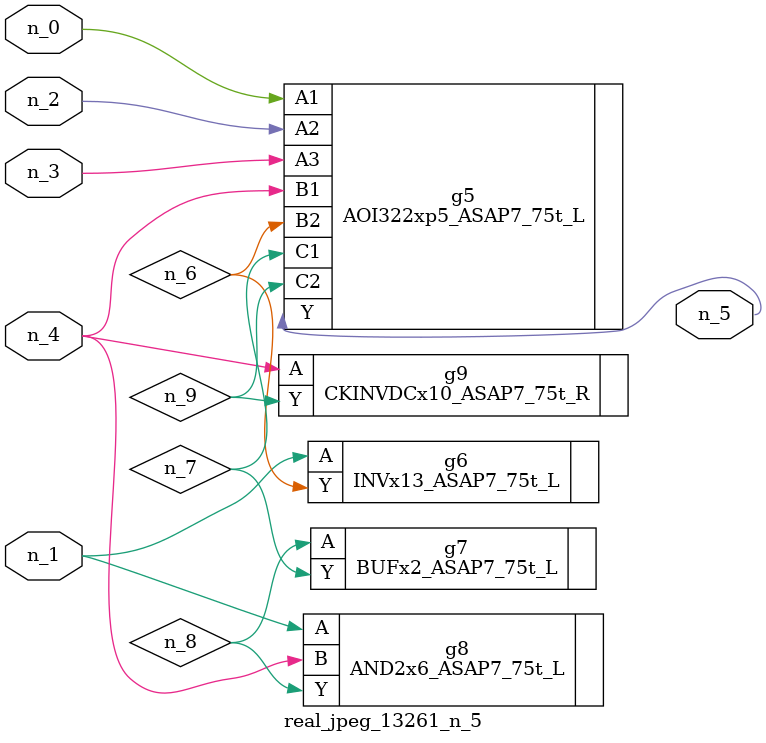
<source format=v>
module real_jpeg_13261_n_5 (n_4, n_0, n_1, n_2, n_3, n_5);

input n_4;
input n_0;
input n_1;
input n_2;
input n_3;

output n_5;

wire n_8;
wire n_6;
wire n_7;
wire n_9;

AOI322xp5_ASAP7_75t_L g5 ( 
.A1(n_0),
.A2(n_2),
.A3(n_3),
.B1(n_4),
.B2(n_6),
.C1(n_7),
.C2(n_9),
.Y(n_5)
);

INVx13_ASAP7_75t_L g6 ( 
.A(n_1),
.Y(n_6)
);

AND2x6_ASAP7_75t_L g8 ( 
.A(n_1),
.B(n_4),
.Y(n_8)
);

CKINVDCx10_ASAP7_75t_R g9 ( 
.A(n_4),
.Y(n_9)
);

BUFx2_ASAP7_75t_L g7 ( 
.A(n_8),
.Y(n_7)
);


endmodule
</source>
